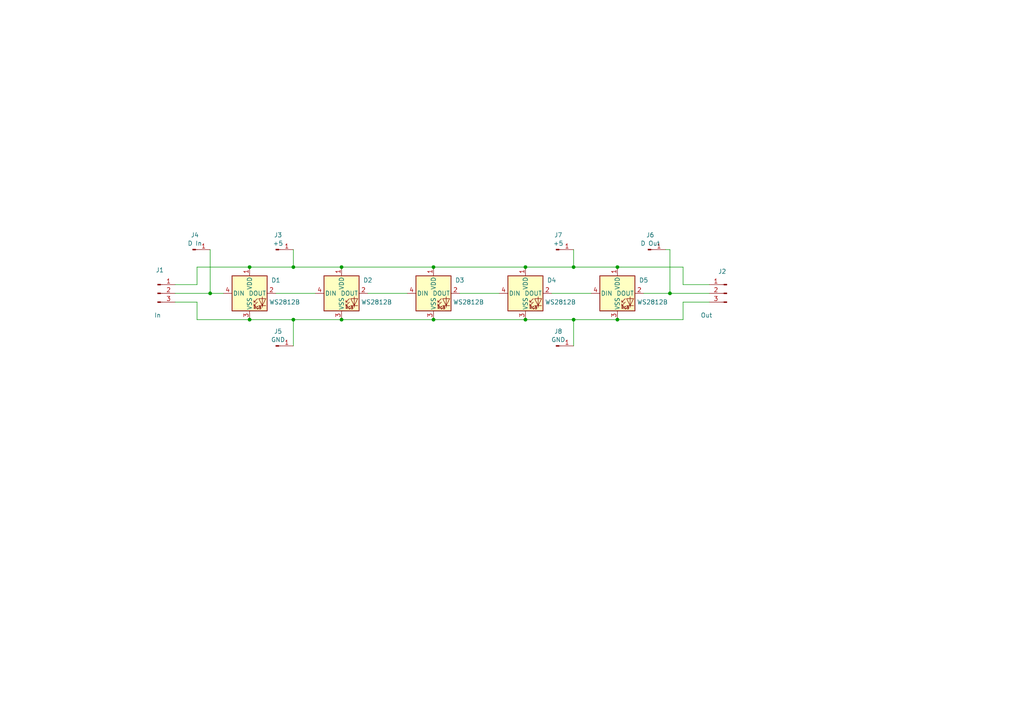
<source format=kicad_sch>
(kicad_sch (version 20230121) (generator eeschema)
  (paper "A4")
  (lib_symbols
    (symbol "Connector:Conn_01x01_Pin" (pin_names (offset 1.016) hide)
      (property "Reference" "J" (at 0 2.54 0))
      (property "Value" "Conn_01x01_Pin" (at 0 -2.54 0))
      (symbol "Conn_01x01_Pin_1_1"
        (polyline (pts (xy 1.27 0) (xy 0.8636 0)) (stroke (width 0.1524)))
        (rectangle (start 0.8636 0.127) (end 0 -0.127) (stroke (width 0.1524)) (fill (type outline)))
        (pin passive line (at 5.08 0 180) (length 3.81) (name "Pin_1") (number "1"))
      )
    )
    (symbol "Connector:Conn_01x03_Pin" (pin_names (offset 1.016) hide)
      (property "Reference" "J" (at 0 5.08 0))
      (property "Value" "Conn_01x03_Pin" (at 0 -5.08 0))
      (symbol "Conn_01x03_Pin_1_1"
        (polyline (pts (xy 1.27 -2.54) (xy 0.8636 -2.54)) (stroke (width 0.1524)))
        (polyline (pts (xy 1.27 0) (xy 0.8636 0)) (stroke (width 0.1524)))
        (polyline (pts (xy 1.27 2.54) (xy 0.8636 2.54)) (stroke (width 0.1524)))
        (rectangle (start 0.8636 -2.413) (end 0 -2.667) (stroke (width 0.1524)) (fill (type outline)))
        (rectangle (start 0.8636 0.127) (end 0 -0.127) (stroke (width 0.1524)) (fill (type outline)))
        (rectangle (start 0.8636 2.667) (end 0 2.413) (stroke (width 0.1524)) (fill (type outline)))
        (pin passive line (at 5.08 2.54 180) (length 3.81) (name "Pin_1") (number "1"))
        (pin passive line (at 5.08 0 180) (length 3.81) (name "Pin_2") (number "2"))
        (pin passive line (at 5.08 -2.54 180) (length 3.81) (name "Pin_3") (number "3"))
      )
    )
    (symbol "LED:WS2812B" (pin_names (offset 0.254))
      (property "Reference" "D" (at 5.08 5.715 0))
      (property "Value" "WS2812B" (at 1.27 -5.715 0))
      (symbol "WS2812B_0_0"
        (text "RGB" (at 2.286 -4.191 0) (effects (font (size 0.762 0.762))))
      )
      (symbol "WS2812B_0_1"
        (polyline (pts (xy 1.27 -3.556) (xy 1.778 -3.556)))
        (polyline (pts (xy 1.27 -2.54) (xy 1.778 -2.54)))
        (polyline (pts (xy 4.699 -3.556) (xy 2.667 -3.556)))
        (polyline (pts (xy 2.286 -2.54) (xy 1.27 -3.556) (xy 1.27 -3.048)))
        (polyline (pts (xy 2.286 -1.524) (xy 1.27 -2.54) (xy 1.27 -2.032)))
        (polyline (pts (xy 3.683 -1.016) (xy 3.683 -3.556) (xy 3.683 -4.064)))
        (polyline (pts (xy 4.699 -1.524) (xy 2.667 -1.524) (xy 3.683 -3.556) (xy 4.699 -1.524)))
        (rectangle (start 5.08 5.08) (end -5.08 -5.08) (stroke (width 0.254)) (fill (type background)))
      )
      (symbol "WS2812B_1_1"
        (pin power_in line (at 0 7.62 270) (length 2.54) (name "VDD") (number "1"))
        (pin output line (at 7.62 0 180) (length 2.54) (name "DOUT") (number "2"))
        (pin power_in line (at 0 -7.62 90) (length 2.54) (name "VSS") (number "3"))
        (pin input line (at -7.62 0 0) (length 2.54) (name "DIN") (number "4"))
      )
    )
  )
  (junction (at 72.39 77.47))
  (junction (at 99.06 92.71))
  (junction (at 60.96 85.09))
  (junction (at 152.4 77.47))
  (junction (at 72.39 92.71))
  (junction (at 166.37 77.47))
  (junction (at 152.4 92.71))
  (junction (at 194.31 85.09))
  (junction (at 125.73 77.47))
  (junction (at 166.37 92.71))
  (junction (at 179.07 77.47))
  (junction (at 125.73 92.71))
  (junction (at 99.06 77.47))
  (junction (at 179.07 92.71))
  (junction (at 85.09 77.47))
  (junction (at 85.09 92.71))
  (wire (pts (xy 106.68 85.09) (xy 118.11 85.09)))
  (wire (pts (xy 198.12 82.55) (xy 205.74 82.55)))
  (wire (pts (xy 179.07 92.71) (xy 198.12 92.71)))
  (wire (pts (xy 85.09 92.71) (xy 85.09 100.33)))
  (wire (pts (xy 50.8 82.55) (xy 57.15 82.55)))
  (wire (pts (xy 166.37 72.39) (xy 166.37 77.47)))
  (wire (pts (xy 125.73 92.71) (xy 99.06 92.71)))
  (wire (pts (xy 85.09 77.47) (xy 99.06 77.47)))
  (wire (pts (xy 194.31 85.09) (xy 205.74 85.09)))
  (wire (pts (xy 133.35 85.09) (xy 144.78 85.09)))
  (wire (pts (xy 57.15 82.55) (xy 57.15 77.47)))
  (wire (pts (xy 57.15 77.47) (xy 72.39 77.47)))
  (wire (pts (xy 152.4 92.71) (xy 125.73 92.71)))
  (wire (pts (xy 85.09 72.39) (xy 85.09 77.47)))
  (wire (pts (xy 179.07 92.71) (xy 166.37 92.71)))
  (wire (pts (xy 160.02 85.09) (xy 171.45 85.09)))
  (wire (pts (xy 198.12 87.63) (xy 198.12 92.71)))
  (wire (pts (xy 179.07 77.47) (xy 198.12 77.47)))
  (wire (pts (xy 50.8 85.09) (xy 60.96 85.09)))
  (wire (pts (xy 50.8 87.63) (xy 57.15 87.63)))
  (wire (pts (xy 198.12 77.47) (xy 198.12 82.55)))
  (wire (pts (xy 72.39 77.47) (xy 85.09 77.47)))
  (wire (pts (xy 60.96 85.09) (xy 64.77 85.09)))
  (wire (pts (xy 99.06 92.71) (xy 85.09 92.71)))
  (wire (pts (xy 193.04 72.39) (xy 194.31 72.39)))
  (wire (pts (xy 57.15 92.71) (xy 57.15 87.63)))
  (wire (pts (xy 152.4 77.47) (xy 166.37 77.47)))
  (wire (pts (xy 166.37 77.47) (xy 179.07 77.47)))
  (wire (pts (xy 166.37 92.71) (xy 152.4 92.71)))
  (wire (pts (xy 85.09 92.71) (xy 72.39 92.71)))
  (wire (pts (xy 194.31 72.39) (xy 194.31 85.09)))
  (wire (pts (xy 80.01 85.09) (xy 91.44 85.09)))
  (wire (pts (xy 72.39 92.71) (xy 57.15 92.71)))
  (wire (pts (xy 205.74 87.63) (xy 198.12 87.63)))
  (wire (pts (xy 125.73 77.47) (xy 152.4 77.47)))
  (wire (pts (xy 99.06 77.47) (xy 125.73 77.47)))
  (wire (pts (xy 60.96 72.39) (xy 60.96 85.09)))
  (wire (pts (xy 166.37 92.71) (xy 166.37 100.33)))
  (wire (pts (xy 186.69 85.09) (xy 194.31 85.09)))
  (symbol (lib_id "LED:WS2812B") (at 125.73 85.09 0) (unit 1)
    (property "Reference" "D3" (at 133.35 81.28 0))
    (property "Value" "WS2812B" (at 135.89 87.63 0))
    (property "Footprint" "LED_SMD:LED_WS2812B_PLCC4_5.0x5.0mm_P3.2mm" (effects hide))
    (property "Datasheet" "https://cdn-shop.adafruit.com/datasheets/WS2812B.pdf" (effects hide))
  )
  (symbol (lib_id "LED:WS2812B") (at 179.07 85.09 0) (unit 1)
    (property "Reference" "D5" (at 186.69 81.28 0))
    (property "Value" "WS2812B" (at 189.23 87.63 0))
    (property "Footprint" "LED_SMD:LED_WS2812B_PLCC4_5.0x5.0mm_P3.2mm" (effects hide))
    (property "Datasheet" "https://cdn-shop.adafruit.com/datasheets/WS2812B.pdf" (effects hide))
  )
  (symbol (lib_id "LED:WS2812B") (at 152.4 85.09 0) (unit 1)
    (property "Reference" "D4" (at 160.02 81.28 0))
    (property "Value" "WS2812B" (at 162.56 87.63 0))
    (property "Footprint" "LED_SMD:LED_WS2812B_PLCC4_5.0x5.0mm_P3.2mm" (effects hide))
    (property "Datasheet" "https://cdn-shop.adafruit.com/datasheets/WS2812B.pdf" (effects hide))
  )
  (symbol (lib_id "Connector:Conn_01x03_Pin") (at 210.82 85.09 0) (mirror y) (unit 1)
    (property "Reference" "J2" (at 208.28 78.74 0) (effects (justify right)))
    (property "Value" "Out" (at 203.2 91.44 0) (effects (justify right)))
    (property "Footprint" "Marc:Connector 2.0mm 5.0mm on 2.5mm" (effects hide))
  )
  (symbol (lib_id "Connector:Conn_01x01_Pin") (at 187.96 72.39 0) (unit 1)
    (property "Reference" "J6" (at 188.595 68.1695 0))
    (property "Value" "D Out" (at 188.595 70.5937 0))
    (property "Footprint" "Connector_Pin:Pin_D1.0mm_L10.0mm" (effects hide))
  )
  (symbol (lib_id "Connector:Conn_01x01_Pin") (at 80.01 100.33 0) (unit 1)
    (property "Reference" "J5" (at 80.645 96.1095 0))
    (property "Value" "GND" (at 80.645 98.5337 0))
    (property "Footprint" "Connector_Pin:Pin_D1.0mm_L10.0mm" (effects hide))
  )
  (symbol (lib_id "Connector:Conn_01x01_Pin") (at 80.01 72.39 0) (unit 1)
    (property "Reference" "J3" (at 80.645 68.1695 0))
    (property "Value" "+5" (at 80.645 70.5937 0))
    (property "Footprint" "Connector_Pin:Pin_D1.0mm_L10.0mm" (effects hide))
  )
  (symbol (lib_id "LED:WS2812B") (at 72.39 85.09 0) (unit 1)
    (property "Reference" "D1" (at 80.01 81.28 0))
    (property "Value" "WS2812B" (at 82.55 87.63 0))
    (property "Footprint" "LED_SMD:LED_WS2812B_PLCC4_5.0x5.0mm_P3.2mm" (effects hide))
    (property "Datasheet" "https://cdn-shop.adafruit.com/datasheets/WS2812B.pdf" (effects hide))
  )
  (symbol (lib_id "Connector:Conn_01x01_Pin") (at 161.29 100.33 0) (unit 1)
    (property "Reference" "J8" (at 161.925 96.1095 0))
    (property "Value" "GND" (at 161.925 98.5337 0))
    (property "Footprint" "Connector_Pin:Pin_D1.0mm_L10.0mm" (effects hide))
  )
  (symbol (lib_id "Connector:Conn_01x03_Pin") (at 45.72 85.09 0) (unit 1)
    (property "Reference" "J1" (at 46.355 78.3295 0))
    (property "Value" "In" (at 45.72 91.44 0))
    (property "Footprint" "Marc:Connector 2.0mm 5.0mm on 2.5mm" (effects hide))
  )
  (symbol (lib_id "LED:WS2812B") (at 99.06 85.09 0) (unit 1)
    (property "Reference" "D2" (at 106.68 81.28 0))
    (property "Value" "WS2812B" (at 109.22 87.63 0))
    (property "Footprint" "LED_SMD:LED_WS2812B_PLCC4_5.0x5.0mm_P3.2mm" (effects hide))
    (property "Datasheet" "https://cdn-shop.adafruit.com/datasheets/WS2812B.pdf" (effects hide))
  )
  (symbol (lib_id "Connector:Conn_01x01_Pin") (at 161.29 72.39 0) (unit 1)
    (property "Reference" "J7" (at 161.925 68.1695 0))
    (property "Value" "+5" (at 161.925 70.5937 0))
    (property "Footprint" "Connector_Pin:Pin_D1.0mm_L10.0mm" (effects hide))
  )
  (symbol (lib_id "Connector:Conn_01x01_Pin") (at 55.88 72.39 0) (unit 1)
    (property "Reference" "J4" (at 56.515 68.1695 0))
    (property "Value" "D In" (at 56.515 70.5937 0))
    (property "Footprint" "Connector_Pin:Pin_D1.0mm_L10.0mm" (effects hide))
  )
)
</source>
